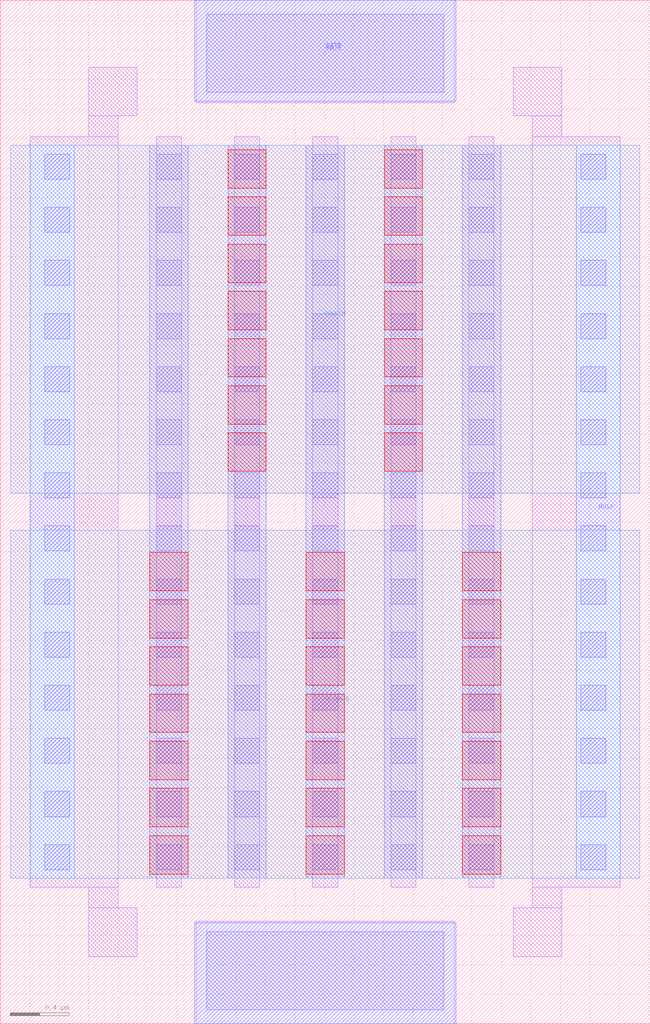
<source format=lef>
# Copyright 2020 The SkyWater PDK Authors
#
# Licensed under the Apache License, Version 2.0 (the "License");
# you may not use this file except in compliance with the License.
# You may obtain a copy of the License at
#
#     https://www.apache.org/licenses/LICENSE-2.0
#
# Unless required by applicable law or agreed to in writing, software
# distributed under the License is distributed on an "AS IS" BASIS,
# WITHOUT WARRANTIES OR CONDITIONS OF ANY KIND, either express or implied.
# See the License for the specific language governing permissions and
# limitations under the License.
#
# SPDX-License-Identifier: Apache-2.0

VERSION 5.7 ;
  NOWIREEXTENSIONATPIN ON ;
  DIVIDERCHAR "/" ;
  BUSBITCHARS "[]" ;
MACRO sky130_fd_pr__rf_pfet_01v8_bM04W5p00L0p25
  CLASS BLOCK ;
  FOREIGN sky130_fd_pr__rf_pfet_01v8_bM04W5p00L0p25 ;
  ORIGIN  0.000000  0.000000 ;
  SIZE  4.410000 BY  6.940000 ;
  PIN BULK
    ANTENNADIFFAREA  6.565000 ;
    ANTENNAGATEAREA  1.515000 ;
    PORT
      LAYER met1 ;
        RECT 0.205000 0.985000 0.500000 5.955000 ;
        RECT 3.910000 0.985000 4.205000 5.955000 ;
    END
  END BULK
  PIN DRAIN
    ANTENNADIFFAREA  2.828000 ;
    PORT
      LAYER met2 ;
        RECT 0.070000 3.595000 4.340000 5.955000 ;
    END
  END DRAIN
  PIN GATE
    ANTENNAGATEAREA  5.050000 ;
    PORT
      LAYER li1 ;
        RECT 1.330000 0.000000 3.080000 0.695000 ;
        RECT 1.330000 6.245000 3.080000 6.940000 ;
      LAYER mcon ;
        RECT 1.400000 0.095000 3.010000 0.625000 ;
        RECT 1.400000 6.315000 3.010000 6.845000 ;
    END
    PORT
      LAYER met1 ;
        RECT 1.320000 0.000000 3.090000 0.685000 ;
        RECT 1.320000 6.255000 3.090000 6.940000 ;
    END
  END GATE
  PIN SOURCE
    ANTENNADIFFAREA  4.242000 ;
    PORT
      LAYER met2 ;
        RECT 0.070000 0.985000 4.340000 3.345000 ;
    END
  END SOURCE
  OBS
    LAYER li1 ;
      RECT 0.205000 0.925000 0.800000 6.015000 ;
      RECT 0.600000 0.455000 0.930000 0.785000 ;
      RECT 0.600000 0.785000 0.800000 0.925000 ;
      RECT 0.600000 6.015000 0.800000 6.155000 ;
      RECT 0.600000 6.155000 0.930000 6.485000 ;
      RECT 1.060000 0.925000 1.230000 6.015000 ;
      RECT 1.590000 0.925000 1.760000 6.015000 ;
      RECT 2.120000 0.925000 2.290000 6.015000 ;
      RECT 2.650000 0.925000 2.820000 6.015000 ;
      RECT 3.180000 0.925000 3.350000 6.015000 ;
      RECT 3.480000 0.455000 3.810000 0.785000 ;
      RECT 3.480000 6.155000 3.810000 6.485000 ;
      RECT 3.610000 0.785000 3.810000 0.925000 ;
      RECT 3.610000 0.925000 4.205000 6.015000 ;
      RECT 3.610000 6.015000 3.810000 6.155000 ;
    LAYER mcon ;
      RECT 0.300000 1.045000 0.470000 1.215000 ;
      RECT 0.300000 1.405000 0.470000 1.575000 ;
      RECT 0.300000 1.765000 0.470000 1.935000 ;
      RECT 0.300000 2.125000 0.470000 2.295000 ;
      RECT 0.300000 2.485000 0.470000 2.655000 ;
      RECT 0.300000 2.845000 0.470000 3.015000 ;
      RECT 0.300000 3.205000 0.470000 3.375000 ;
      RECT 0.300000 3.565000 0.470000 3.735000 ;
      RECT 0.300000 3.925000 0.470000 4.095000 ;
      RECT 0.300000 4.285000 0.470000 4.455000 ;
      RECT 0.300000 4.645000 0.470000 4.815000 ;
      RECT 0.300000 5.005000 0.470000 5.175000 ;
      RECT 0.300000 5.365000 0.470000 5.535000 ;
      RECT 0.300000 5.725000 0.470000 5.895000 ;
      RECT 1.060000 1.045000 1.230000 1.215000 ;
      RECT 1.060000 1.405000 1.230000 1.575000 ;
      RECT 1.060000 1.765000 1.230000 1.935000 ;
      RECT 1.060000 2.125000 1.230000 2.295000 ;
      RECT 1.060000 2.485000 1.230000 2.655000 ;
      RECT 1.060000 2.845000 1.230000 3.015000 ;
      RECT 1.060000 3.205000 1.230000 3.375000 ;
      RECT 1.060000 3.565000 1.230000 3.735000 ;
      RECT 1.060000 3.925000 1.230000 4.095000 ;
      RECT 1.060000 4.285000 1.230000 4.455000 ;
      RECT 1.060000 4.645000 1.230000 4.815000 ;
      RECT 1.060000 5.005000 1.230000 5.175000 ;
      RECT 1.060000 5.365000 1.230000 5.535000 ;
      RECT 1.060000 5.725000 1.230000 5.895000 ;
      RECT 1.590000 1.045000 1.760000 1.215000 ;
      RECT 1.590000 1.405000 1.760000 1.575000 ;
      RECT 1.590000 1.765000 1.760000 1.935000 ;
      RECT 1.590000 2.125000 1.760000 2.295000 ;
      RECT 1.590000 2.485000 1.760000 2.655000 ;
      RECT 1.590000 2.845000 1.760000 3.015000 ;
      RECT 1.590000 3.205000 1.760000 3.375000 ;
      RECT 1.590000 3.565000 1.760000 3.735000 ;
      RECT 1.590000 3.925000 1.760000 4.095000 ;
      RECT 1.590000 4.285000 1.760000 4.455000 ;
      RECT 1.590000 4.645000 1.760000 4.815000 ;
      RECT 1.590000 5.005000 1.760000 5.175000 ;
      RECT 1.590000 5.365000 1.760000 5.535000 ;
      RECT 1.590000 5.725000 1.760000 5.895000 ;
      RECT 2.120000 1.045000 2.290000 1.215000 ;
      RECT 2.120000 1.405000 2.290000 1.575000 ;
      RECT 2.120000 1.765000 2.290000 1.935000 ;
      RECT 2.120000 2.125000 2.290000 2.295000 ;
      RECT 2.120000 2.485000 2.290000 2.655000 ;
      RECT 2.120000 2.845000 2.290000 3.015000 ;
      RECT 2.120000 3.205000 2.290000 3.375000 ;
      RECT 2.120000 3.565000 2.290000 3.735000 ;
      RECT 2.120000 3.925000 2.290000 4.095000 ;
      RECT 2.120000 4.285000 2.290000 4.455000 ;
      RECT 2.120000 4.645000 2.290000 4.815000 ;
      RECT 2.120000 5.005000 2.290000 5.175000 ;
      RECT 2.120000 5.365000 2.290000 5.535000 ;
      RECT 2.120000 5.725000 2.290000 5.895000 ;
      RECT 2.650000 1.045000 2.820000 1.215000 ;
      RECT 2.650000 1.405000 2.820000 1.575000 ;
      RECT 2.650000 1.765000 2.820000 1.935000 ;
      RECT 2.650000 2.125000 2.820000 2.295000 ;
      RECT 2.650000 2.485000 2.820000 2.655000 ;
      RECT 2.650000 2.845000 2.820000 3.015000 ;
      RECT 2.650000 3.205000 2.820000 3.375000 ;
      RECT 2.650000 3.565000 2.820000 3.735000 ;
      RECT 2.650000 3.925000 2.820000 4.095000 ;
      RECT 2.650000 4.285000 2.820000 4.455000 ;
      RECT 2.650000 4.645000 2.820000 4.815000 ;
      RECT 2.650000 5.005000 2.820000 5.175000 ;
      RECT 2.650000 5.365000 2.820000 5.535000 ;
      RECT 2.650000 5.725000 2.820000 5.895000 ;
      RECT 3.180000 1.045000 3.350000 1.215000 ;
      RECT 3.180000 1.405000 3.350000 1.575000 ;
      RECT 3.180000 1.765000 3.350000 1.935000 ;
      RECT 3.180000 2.125000 3.350000 2.295000 ;
      RECT 3.180000 2.485000 3.350000 2.655000 ;
      RECT 3.180000 2.845000 3.350000 3.015000 ;
      RECT 3.180000 3.205000 3.350000 3.375000 ;
      RECT 3.180000 3.565000 3.350000 3.735000 ;
      RECT 3.180000 3.925000 3.350000 4.095000 ;
      RECT 3.180000 4.285000 3.350000 4.455000 ;
      RECT 3.180000 4.645000 3.350000 4.815000 ;
      RECT 3.180000 5.005000 3.350000 5.175000 ;
      RECT 3.180000 5.365000 3.350000 5.535000 ;
      RECT 3.180000 5.725000 3.350000 5.895000 ;
      RECT 3.940000 1.045000 4.110000 1.215000 ;
      RECT 3.940000 1.405000 4.110000 1.575000 ;
      RECT 3.940000 1.765000 4.110000 1.935000 ;
      RECT 3.940000 2.125000 4.110000 2.295000 ;
      RECT 3.940000 2.485000 4.110000 2.655000 ;
      RECT 3.940000 2.845000 4.110000 3.015000 ;
      RECT 3.940000 3.205000 4.110000 3.375000 ;
      RECT 3.940000 3.565000 4.110000 3.735000 ;
      RECT 3.940000 3.925000 4.110000 4.095000 ;
      RECT 3.940000 4.285000 4.110000 4.455000 ;
      RECT 3.940000 4.645000 4.110000 4.815000 ;
      RECT 3.940000 5.005000 4.110000 5.175000 ;
      RECT 3.940000 5.365000 4.110000 5.535000 ;
      RECT 3.940000 5.725000 4.110000 5.895000 ;
    LAYER met1 ;
      RECT 1.015000 0.985000 1.275000 5.955000 ;
      RECT 1.545000 0.985000 1.805000 5.955000 ;
      RECT 2.075000 0.985000 2.335000 5.955000 ;
      RECT 2.605000 0.985000 2.865000 5.955000 ;
      RECT 3.135000 0.985000 3.395000 5.955000 ;
    LAYER via ;
      RECT 1.015000 1.015000 1.275000 1.275000 ;
      RECT 1.015000 1.335000 1.275000 1.595000 ;
      RECT 1.015000 1.655000 1.275000 1.915000 ;
      RECT 1.015000 1.975000 1.275000 2.235000 ;
      RECT 1.015000 2.295000 1.275000 2.555000 ;
      RECT 1.015000 2.615000 1.275000 2.875000 ;
      RECT 1.015000 2.935000 1.275000 3.195000 ;
      RECT 1.545000 3.745000 1.805000 4.005000 ;
      RECT 1.545000 4.065000 1.805000 4.325000 ;
      RECT 1.545000 4.385000 1.805000 4.645000 ;
      RECT 1.545000 4.705000 1.805000 4.965000 ;
      RECT 1.545000 5.025000 1.805000 5.285000 ;
      RECT 1.545000 5.345000 1.805000 5.605000 ;
      RECT 1.545000 5.665000 1.805000 5.925000 ;
      RECT 2.075000 1.015000 2.335000 1.275000 ;
      RECT 2.075000 1.335000 2.335000 1.595000 ;
      RECT 2.075000 1.655000 2.335000 1.915000 ;
      RECT 2.075000 1.975000 2.335000 2.235000 ;
      RECT 2.075000 2.295000 2.335000 2.555000 ;
      RECT 2.075000 2.615000 2.335000 2.875000 ;
      RECT 2.075000 2.935000 2.335000 3.195000 ;
      RECT 2.605000 3.745000 2.865000 4.005000 ;
      RECT 2.605000 4.065000 2.865000 4.325000 ;
      RECT 2.605000 4.385000 2.865000 4.645000 ;
      RECT 2.605000 4.705000 2.865000 4.965000 ;
      RECT 2.605000 5.025000 2.865000 5.285000 ;
      RECT 2.605000 5.345000 2.865000 5.605000 ;
      RECT 2.605000 5.665000 2.865000 5.925000 ;
      RECT 3.135000 1.015000 3.395000 1.275000 ;
      RECT 3.135000 1.335000 3.395000 1.595000 ;
      RECT 3.135000 1.655000 3.395000 1.915000 ;
      RECT 3.135000 1.975000 3.395000 2.235000 ;
      RECT 3.135000 2.295000 3.395000 2.555000 ;
      RECT 3.135000 2.615000 3.395000 2.875000 ;
      RECT 3.135000 2.935000 3.395000 3.195000 ;
  END
END sky130_fd_pr__rf_pfet_01v8_bM04W5p00L0p25
END LIBRARY

</source>
